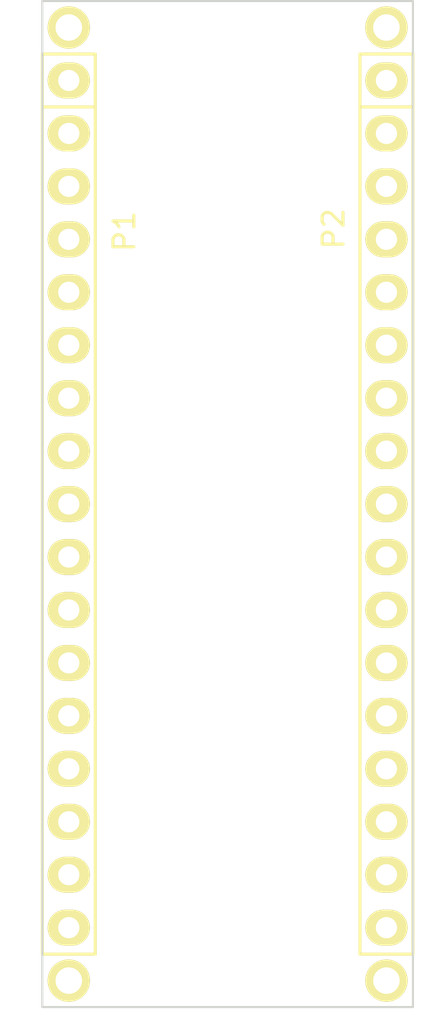
<source format=kicad_pcb>
(kicad_pcb (version 4) (host pcbnew "(2015-03-25 BZR 5536)-product")

  (general
    (links 2)
    (no_connects 2)
    (area 133.829429 65.55 155.476572 116.418)
    (thickness 1.6)
    (drawings 18)
    (tracks 0)
    (zones 0)
    (modules 6)
    (nets 37)
  )

  (page A4)
  (title_block
    (date "sam. 04 avril 2015")
  )

  (layers
    (0 F.Cu signal)
    (31 B.Cu signal)
    (32 B.Adhes user)
    (33 F.Adhes user)
    (34 B.Paste user)
    (35 F.Paste user)
    (36 B.SilkS user)
    (37 F.SilkS user)
    (38 B.Mask user)
    (39 F.Mask user)
    (40 Dwgs.User user)
    (41 Cmts.User user)
    (42 Eco1.User user)
    (43 Eco2.User user)
    (44 Edge.Cuts user)
    (45 Margin user)
    (46 B.CrtYd user)
    (47 F.CrtYd user)
    (48 B.Fab user)
    (49 F.Fab user)
  )

  (setup
    (last_trace_width 0.25)
    (trace_clearance 0.2)
    (zone_clearance 0.508)
    (zone_45_only no)
    (trace_min 0.2)
    (segment_width 0.15)
    (edge_width 0.1)
    (via_size 0.6)
    (via_drill 0.4)
    (via_min_size 0.4)
    (via_min_drill 0.3)
    (uvia_size 0.3)
    (uvia_drill 0.1)
    (uvias_allowed no)
    (uvia_min_size 0.2)
    (uvia_min_drill 0.1)
    (pcb_text_width 0.3)
    (pcb_text_size 1.5 1.5)
    (mod_edge_width 0.15)
    (mod_text_size 1 1)
    (mod_text_width 0.15)
    (pad_size 2.032 2.032)
    (pad_drill 1.27)
    (pad_to_mask_clearance 0)
    (aux_axis_origin 135.763 115.316)
    (visible_elements FFFFFF7F)
    (pcbplotparams
      (layerselection 0x00030_80000001)
      (usegerberextensions false)
      (excludeedgelayer true)
      (linewidth 0.100000)
      (plotframeref false)
      (viasonmask false)
      (mode 1)
      (useauxorigin false)
      (hpglpennumber 1)
      (hpglpenspeed 20)
      (hpglpendiameter 15)
      (hpglpenoverlay 2)
      (psnegative false)
      (psa4output false)
      (plotreference true)
      (plotvalue true)
      (plotinvisibletext false)
      (padsonsilk false)
      (subtractmaskfromsilk false)
      (outputformat 1)
      (mirror false)
      (drillshape 1)
      (scaleselection 1)
      (outputdirectory ""))
  )

  (net 0 "")
  (net 1 /MOSI)
  (net 2 /SS)
  (net 3 /Reset)
  (net 4 GND)
  (net 5 "/2(SDA)")
  (net 6 "/3(**/SCL)")
  (net 7 "/4(A6)")
  (net 8 "/5(**)")
  (net 9 "/6(**/A7)")
  (net 10 /7)
  (net 11 "/8(A8)")
  (net 12 "/9(**/A9)")
  (net 13 "/10(A10)")
  (net 14 "/11(**)")
  (net 15 "/12(A11)")
  (net 16 /SCK)
  (net 17 /MISO)
  (net 18 /Vin)
  (net 19 +5V)
  (net 20 /A5)
  (net 21 /A4)
  (net 22 /A3)
  (net 23 /A2)
  (net 24 /A1)
  (net 25 /A0)
  (net 26 /AREF)
  (net 27 "/13(**)")
  (net 28 "Net-(P3-Pad1)")
  (net 29 "Net-(P4-Pad1)")
  (net 30 "Net-(P5-Pad1)")
  (net 31 "Net-(P6-Pad1)")
  (net 32 "/1(Tx1)")
  (net 33 "/0(Rx1)")
  (net 34 "Net-(P2-Pad7)")
  (net 35 "Net-(P2-Pad8)")
  (net 36 +3V3)

  (net_class Default "This is the default net class."
    (clearance 0.2)
    (trace_width 0.25)
    (via_dia 0.6)
    (via_drill 0.4)
    (uvia_dia 0.3)
    (uvia_drill 0.1)
    (add_net +3V3)
    (add_net +5V)
    (add_net "/0(Rx1)")
    (add_net "/1(Tx1)")
    (add_net "/10(A10)")
    (add_net "/11(**)")
    (add_net "/12(A11)")
    (add_net "/13(**)")
    (add_net "/2(SDA)")
    (add_net "/3(**/SCL)")
    (add_net "/4(A6)")
    (add_net "/5(**)")
    (add_net "/6(**/A7)")
    (add_net /7)
    (add_net "/8(A8)")
    (add_net "/9(**/A9)")
    (add_net /A0)
    (add_net /A1)
    (add_net /A2)
    (add_net /A3)
    (add_net /A4)
    (add_net /A5)
    (add_net /AREF)
    (add_net /MISO)
    (add_net /MOSI)
    (add_net /Reset)
    (add_net /SCK)
    (add_net /SS)
    (add_net /Vin)
    (add_net GND)
    (add_net "Net-(P2-Pad7)")
    (add_net "Net-(P2-Pad8)")
    (add_net "Net-(P3-Pad1)")
    (add_net "Net-(P4-Pad1)")
    (add_net "Net-(P5-Pad1)")
    (add_net "Net-(P6-Pad1)")
  )

  (module Socket_Arduino_Micro:Socket_Strip_Arduino_1x17 (layer F.Cu) (tedit 551FC461) (tstamp 551FC1FE)
    (at 137.033 70.866 270)
    (descr "Through hole socket strip")
    (tags "socket strip")
    (path /551FB57F)
    (fp_text reference P1 (at 7.239 -2.667 270) (layer F.SilkS)
      (effects (font (size 1 1) (thickness 0.15)))
    )
    (fp_text value Digital (at 11.049 -2.667 270) (layer F.Fab)
      (effects (font (size 1 1) (thickness 0.15)))
    )
    (fp_line (start 1.27 -1.27) (end -1.27 -1.27) (layer F.SilkS) (width 0.15))
    (fp_line (start -1.27 -1.27) (end -1.27 1.27) (layer F.SilkS) (width 0.15))
    (fp_line (start -1.27 1.27) (end 1.27 1.27) (layer F.SilkS) (width 0.15))
    (fp_line (start -1.75 -1.75) (end -1.75 1.75) (layer F.CrtYd) (width 0.05))
    (fp_line (start 42.4 -1.75) (end 42.4 1.75) (layer F.CrtYd) (width 0.05))
    (fp_line (start -1.75 -1.75) (end 42.4 -1.75) (layer F.CrtYd) (width 0.05))
    (fp_line (start -1.75 1.75) (end 42.4 1.75) (layer F.CrtYd) (width 0.05))
    (fp_line (start 1.27 1.27) (end 41.91 1.27) (layer F.SilkS) (width 0.15))
    (fp_line (start 41.91 1.27) (end 41.91 -1.27) (layer F.SilkS) (width 0.15))
    (fp_line (start 41.91 -1.27) (end 1.27 -1.27) (layer F.SilkS) (width 0.15))
    (fp_line (start 1.27 1.27) (end 1.27 -1.27) (layer F.SilkS) (width 0.15))
    (pad 1 thru_hole oval (at 0 0 270) (size 1.7272 2.032) (drill 1.016) (layers *.Cu *.Mask F.SilkS)
      (net 1 /MOSI))
    (pad 2 thru_hole oval (at 2.54 0 270) (size 1.7272 2.032) (drill 1.016) (layers *.Cu *.Mask F.SilkS)
      (net 2 /SS))
    (pad 3 thru_hole oval (at 5.08 0 270) (size 1.7272 2.032) (drill 1.016) (layers *.Cu *.Mask F.SilkS)
      (net 32 "/1(Tx1)"))
    (pad 4 thru_hole oval (at 7.62 0 270) (size 1.7272 2.032) (drill 1.016) (layers *.Cu *.Mask F.SilkS)
      (net 33 "/0(Rx1)"))
    (pad 5 thru_hole oval (at 10.16 0 270) (size 1.7272 2.032) (drill 1.016) (layers *.Cu *.Mask F.SilkS)
      (net 3 /Reset))
    (pad 6 thru_hole oval (at 12.7 0 270) (size 1.7272 2.032) (drill 1.016) (layers *.Cu *.Mask F.SilkS)
      (net 4 GND))
    (pad 7 thru_hole oval (at 15.24 0 270) (size 1.7272 2.032) (drill 1.016) (layers *.Cu *.Mask F.SilkS)
      (net 5 "/2(SDA)"))
    (pad 8 thru_hole oval (at 17.78 0 270) (size 1.7272 2.032) (drill 1.016) (layers *.Cu *.Mask F.SilkS)
      (net 6 "/3(**/SCL)"))
    (pad 9 thru_hole oval (at 20.32 0 270) (size 1.7272 2.032) (drill 1.016) (layers *.Cu *.Mask F.SilkS)
      (net 7 "/4(A6)"))
    (pad 10 thru_hole oval (at 22.86 0 270) (size 1.7272 2.032) (drill 1.016) (layers *.Cu *.Mask F.SilkS)
      (net 8 "/5(**)"))
    (pad 11 thru_hole oval (at 25.4 0 270) (size 1.7272 2.032) (drill 1.016) (layers *.Cu *.Mask F.SilkS)
      (net 9 "/6(**/A7)"))
    (pad 12 thru_hole oval (at 27.94 0 270) (size 1.7272 2.032) (drill 1.016) (layers *.Cu *.Mask F.SilkS)
      (net 10 /7))
    (pad 13 thru_hole oval (at 30.48 0 270) (size 1.7272 2.032) (drill 1.016) (layers *.Cu *.Mask F.SilkS)
      (net 11 "/8(A8)"))
    (pad 14 thru_hole oval (at 33.02 0 270) (size 1.7272 2.032) (drill 1.016) (layers *.Cu *.Mask F.SilkS)
      (net 12 "/9(**/A9)"))
    (pad 15 thru_hole oval (at 35.56 0 270) (size 1.7272 2.032) (drill 1.016) (layers *.Cu *.Mask F.SilkS)
      (net 13 "/10(A10)"))
    (pad 16 thru_hole oval (at 38.1 0 270) (size 1.7272 2.032) (drill 1.016) (layers *.Cu *.Mask F.SilkS)
      (net 14 "/11(**)"))
    (pad 17 thru_hole oval (at 40.64 0 270) (size 1.7272 2.032) (drill 1.016) (layers *.Cu *.Mask F.SilkS)
      (net 15 "/12(A11)"))
    (model ${KIPRJMOD}/Socket_Arduino_Micro.3dshapes/Socket_header_Arduino_1x17.wrl
      (at (xyz 0.8 0 0))
      (scale (xyz 1 1 1))
      (rotate (xyz 0 0 180))
    )
  )

  (module Socket_Arduino_Micro:Socket_Strip_Arduino_1x17 (layer F.Cu) (tedit 551FC5EE) (tstamp 551FC21E)
    (at 152.273 70.866 270)
    (descr "Through hole socket strip")
    (tags "socket strip")
    (path /551FB60C)
    (fp_text reference P2 (at 7.112 2.54 270) (layer F.SilkS)
      (effects (font (size 1 1) (thickness 0.15)))
    )
    (fp_text value Analog (at 10.922 2.794 270) (layer F.Fab)
      (effects (font (size 1 1) (thickness 0.15)))
    )
    (fp_line (start 1.27 -1.27) (end -1.27 -1.27) (layer F.SilkS) (width 0.15))
    (fp_line (start -1.27 -1.27) (end -1.27 1.27) (layer F.SilkS) (width 0.15))
    (fp_line (start -1.27 1.27) (end 1.27 1.27) (layer F.SilkS) (width 0.15))
    (fp_line (start -1.75 -1.75) (end -1.75 1.75) (layer F.CrtYd) (width 0.05))
    (fp_line (start 42.4 -1.75) (end 42.4 1.75) (layer F.CrtYd) (width 0.05))
    (fp_line (start -1.75 -1.75) (end 42.4 -1.75) (layer F.CrtYd) (width 0.05))
    (fp_line (start -1.75 1.75) (end 42.4 1.75) (layer F.CrtYd) (width 0.05))
    (fp_line (start 1.27 1.27) (end 41.91 1.27) (layer F.SilkS) (width 0.15))
    (fp_line (start 41.91 1.27) (end 41.91 -1.27) (layer F.SilkS) (width 0.15))
    (fp_line (start 41.91 -1.27) (end 1.27 -1.27) (layer F.SilkS) (width 0.15))
    (fp_line (start 1.27 1.27) (end 1.27 -1.27) (layer F.SilkS) (width 0.15))
    (pad 1 thru_hole oval (at 0 0 270) (size 1.7272 2.032) (drill 1.016) (layers *.Cu *.Mask F.SilkS)
      (net 16 /SCK))
    (pad 2 thru_hole oval (at 2.54 0 270) (size 1.7272 2.032) (drill 1.016) (layers *.Cu *.Mask F.SilkS)
      (net 17 /MISO))
    (pad 3 thru_hole oval (at 5.08 0 270) (size 1.7272 2.032) (drill 1.016) (layers *.Cu *.Mask F.SilkS)
      (net 18 /Vin))
    (pad 4 thru_hole oval (at 7.62 0 270) (size 1.7272 2.032) (drill 1.016) (layers *.Cu *.Mask F.SilkS)
      (net 4 GND))
    (pad 5 thru_hole oval (at 10.16 0 270) (size 1.7272 2.032) (drill 1.016) (layers *.Cu *.Mask F.SilkS)
      (net 3 /Reset))
    (pad 6 thru_hole oval (at 12.7 0 270) (size 1.7272 2.032) (drill 1.016) (layers *.Cu *.Mask F.SilkS)
      (net 19 +5V))
    (pad 7 thru_hole oval (at 15.24 0 270) (size 1.7272 2.032) (drill 1.016) (layers *.Cu *.Mask F.SilkS)
      (net 34 "Net-(P2-Pad7)"))
    (pad 8 thru_hole oval (at 17.78 0 270) (size 1.7272 2.032) (drill 1.016) (layers *.Cu *.Mask F.SilkS)
      (net 35 "Net-(P2-Pad8)"))
    (pad 9 thru_hole oval (at 20.32 0 270) (size 1.7272 2.032) (drill 1.016) (layers *.Cu *.Mask F.SilkS)
      (net 20 /A5))
    (pad 10 thru_hole oval (at 22.86 0 270) (size 1.7272 2.032) (drill 1.016) (layers *.Cu *.Mask F.SilkS)
      (net 21 /A4))
    (pad 11 thru_hole oval (at 25.4 0 270) (size 1.7272 2.032) (drill 1.016) (layers *.Cu *.Mask F.SilkS)
      (net 22 /A3))
    (pad 12 thru_hole oval (at 27.94 0 270) (size 1.7272 2.032) (drill 1.016) (layers *.Cu *.Mask F.SilkS)
      (net 23 /A2))
    (pad 13 thru_hole oval (at 30.48 0 270) (size 1.7272 2.032) (drill 1.016) (layers *.Cu *.Mask F.SilkS)
      (net 24 /A1))
    (pad 14 thru_hole oval (at 33.02 0 270) (size 1.7272 2.032) (drill 1.016) (layers *.Cu *.Mask F.SilkS)
      (net 25 /A0))
    (pad 15 thru_hole oval (at 35.56 0 270) (size 1.7272 2.032) (drill 1.016) (layers *.Cu *.Mask F.SilkS)
      (net 26 /AREF))
    (pad 16 thru_hole oval (at 38.1 0 270) (size 1.7272 2.032) (drill 1.016) (layers *.Cu *.Mask F.SilkS)
      (net 36 +3V3))
    (pad 17 thru_hole oval (at 40.64 0 270) (size 1.7272 2.032) (drill 1.016) (layers *.Cu *.Mask F.SilkS)
      (net 27 "/13(**)"))
    (model ${KIPRJMOD}/Socket_Arduino_Micro.3dshapes/Socket_header_Arduino_1x17.wrl
      (at (xyz 0.8 0 0))
      (scale (xyz 1 1 1))
      (rotate (xyz 0 0 180))
    )
  )

  (module Socket_Arduino_Micro:1pin_Micro (layer F.Cu) (tedit 551FC2DE) (tstamp 551FC223)
    (at 137.033 68.326)
    (descr "module 1 pin (ou trou mecanique de percage)")
    (tags DEV)
    (path /551FB455)
    (fp_text reference P3 (at 0 -1.651) (layer F.SilkS) hide
      (effects (font (size 1 1) (thickness 0.15)))
    )
    (fp_text value CONN_1 (at 0 1.397) (layer F.Fab) hide
      (effects (font (size 1 1) (thickness 0.15)))
    )
    (pad 1 thru_hole circle (at 0 0) (size 2.032 2.032) (drill 1.27) (layers *.Cu *.Mask F.SilkS)
      (net 28 "Net-(P3-Pad1)"))
  )

  (module Socket_Arduino_Micro:1pin_Micro (layer F.Cu) (tedit 551FC2FB) (tstamp 551FC228)
    (at 137.033 114.046)
    (descr "module 1 pin (ou trou mecanique de percage)")
    (tags DEV)
    (path /551FB4B0)
    (fp_text reference P4 (at 0 -1.651) (layer F.SilkS) hide
      (effects (font (size 1 1) (thickness 0.15)))
    )
    (fp_text value CONN_1 (at 0 1.397) (layer F.Fab) hide
      (effects (font (size 1 1) (thickness 0.15)))
    )
    (pad 1 thru_hole circle (at 0 0) (size 2.032 2.032) (drill 1.27) (layers *.Cu *.Mask F.SilkS)
      (net 29 "Net-(P4-Pad1)"))
  )

  (module Socket_Arduino_Micro:1pin_Micro (layer F.Cu) (tedit 551FC303) (tstamp 551FC22D)
    (at 152.273 114.046)
    (descr "module 1 pin (ou trou mecanique de percage)")
    (tags DEV)
    (path /551FB4D4)
    (fp_text reference P5 (at 0 -1.651) (layer F.SilkS) hide
      (effects (font (size 1 1) (thickness 0.15)))
    )
    (fp_text value CONN_1 (at 0 1.397) (layer F.Fab) hide
      (effects (font (size 1 1) (thickness 0.15)))
    )
    (pad 1 thru_hole circle (at 0 0) (size 2.032 2.032) (drill 1.27) (layers *.Cu *.Mask F.SilkS)
      (net 30 "Net-(P5-Pad1)"))
  )

  (module Socket_Arduino_Micro:1pin_Micro (layer F.Cu) (tedit 551FC2EE) (tstamp 551FC232)
    (at 152.273 68.326)
    (descr "module 1 pin (ou trou mecanique de percage)")
    (tags DEV)
    (path /551FB516)
    (fp_text reference P6 (at 0 -1.651) (layer F.SilkS) hide
      (effects (font (size 1 1) (thickness 0.15)))
    )
    (fp_text value CONN_1 (at 0 1.397) (layer F.Fab) hide
      (effects (font (size 1 1) (thickness 0.15)))
    )
    (pad 1 thru_hole circle (at 0 0) (size 2.032 2.032) (drill 1.27) (layers *.Cu *.Mask F.SilkS)
      (net 31 "Net-(P6-Pad1)"))
  )

  (gr_text 1 (at 134.747 70.866) (layer Dwgs.User)
    (effects (font (size 1.5 1.5) (thickness 0.3)))
  )
  (gr_line (start 141.097 116.078) (end 148.209 116.078) (angle 90) (layer Dwgs.User) (width 0.15))
  (gr_line (start 141.097 110.998) (end 141.097 116.078) (angle 90) (layer Dwgs.User) (width 0.15))
  (gr_line (start 148.209 110.998) (end 141.097 110.998) (angle 90) (layer Dwgs.User) (width 0.15))
  (gr_line (start 148.209 116.078) (end 148.209 110.998) (angle 90) (layer Dwgs.User) (width 0.15))
  (gr_line (start 145.923 75.946) (end 145.923 68.326) (angle 90) (layer Dwgs.User) (width 0.15))
  (gr_line (start 151.003 75.946) (end 145.923 75.946) (angle 90) (layer Dwgs.User) (width 0.15))
  (gr_line (start 151.003 68.326) (end 151.003 75.946) (angle 90) (layer Dwgs.User) (width 0.15))
  (gr_line (start 145.923 68.326) (end 151.003 68.326) (angle 90) (layer Dwgs.User) (width 0.15))
  (gr_circle (center 141.986 72.263) (end 140.716 72.263) (layer Dwgs.User) (width 0.15))
  (gr_line (start 144.907 69.215) (end 144.907 75.311) (angle 90) (layer Dwgs.User) (width 0.15))
  (gr_line (start 139.065 69.215) (end 144.907 69.215) (angle 90) (layer Dwgs.User) (width 0.15))
  (gr_line (start 139.065 75.311) (end 139.065 69.215) (angle 90) (layer Dwgs.User) (width 0.15))
  (gr_line (start 144.907 75.311) (end 139.065 75.311) (angle 90) (layer Dwgs.User) (width 0.15))
  (gr_line (start 135.763 67.056) (end 135.763 115.316) (angle 90) (layer Edge.Cuts) (width 0.1))
  (gr_line (start 153.543 67.056) (end 135.763 67.056) (angle 90) (layer Edge.Cuts) (width 0.1))
  (gr_line (start 153.543 115.316) (end 153.543 67.056) (angle 90) (layer Edge.Cuts) (width 0.1))
  (gr_line (start 135.763 115.316) (end 153.543 115.316) (angle 90) (layer Edge.Cuts) (width 0.1))

)

</source>
